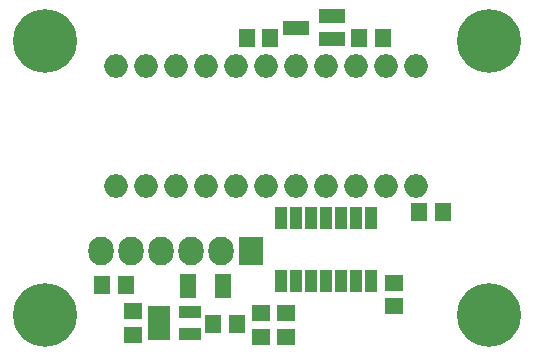
<source format=gts>
G04 #@! TF.FileFunction,Soldermask,Top*
%FSLAX46Y46*%
G04 Gerber Fmt 4.6, Leading zero omitted, Abs format (unit mm)*
G04 Created by KiCad (PCBNEW 4.0.5+dfsg1-4) date Tue Mar 13 15:03:46 2018*
%MOMM*%
%LPD*%
G01*
G04 APERTURE LIST*
%ADD10C,0.100000*%
%ADD11R,2.127200X2.432000*%
%ADD12O,2.127200X2.432000*%
%ADD13O,2.000000X2.000000*%
%ADD14R,2.300000X1.200000*%
%ADD15R,1.000000X1.900000*%
%ADD16C,5.400000*%
%ADD17R,1.650000X1.400000*%
%ADD18R,1.400000X1.650000*%
%ADD19R,1.400000X2.000000*%
%ADD20R,1.960000X1.050000*%
G04 APERTURE END LIST*
D10*
D11*
X128264880Y-94097760D03*
D12*
X125724880Y-94097760D03*
X123184880Y-94097760D03*
X120644880Y-94097760D03*
X118104880Y-94097760D03*
X115564880Y-94097760D03*
D13*
X142240000Y-88646000D03*
X139700000Y-88646000D03*
X137160000Y-88646000D03*
X134620000Y-88646000D03*
X132080000Y-88646000D03*
X129540000Y-88646000D03*
X127000000Y-88646000D03*
X124460000Y-88646000D03*
X121920000Y-88646000D03*
X119380000Y-88646000D03*
X116840000Y-88646000D03*
X116840000Y-78486000D03*
X119380000Y-78486000D03*
X121920000Y-78486000D03*
X124460000Y-78486000D03*
X127000000Y-78486000D03*
X129540000Y-78486000D03*
X132080000Y-78486000D03*
X134620000Y-78486000D03*
X137160000Y-78486000D03*
X139700000Y-78486000D03*
X142240000Y-78486000D03*
D14*
X135064880Y-76147760D03*
X135064880Y-74247760D03*
X132064880Y-75197760D03*
D15*
X138430000Y-91280000D03*
X137160000Y-91280000D03*
X135890000Y-91280000D03*
X134620000Y-91280000D03*
X133350000Y-91280000D03*
X132080000Y-91280000D03*
X130810000Y-91280000D03*
X130810000Y-96680000D03*
X132080000Y-96680000D03*
X133350000Y-96680000D03*
X134620000Y-96680000D03*
X135890000Y-96680000D03*
X137160000Y-96680000D03*
X138430000Y-96680000D03*
D16*
X110764880Y-76297760D03*
X148364880Y-76297760D03*
X110764880Y-99497760D03*
X148364880Y-99497760D03*
D17*
X118264880Y-99197760D03*
X118264880Y-101197760D03*
D18*
X127064880Y-100297760D03*
X125064880Y-100297760D03*
D19*
X122864880Y-97097760D03*
X125864880Y-97097760D03*
D17*
X140364880Y-96797760D03*
X140364880Y-98797760D03*
D18*
X144464880Y-90797760D03*
X142464880Y-90797760D03*
D17*
X131164880Y-101397760D03*
X131164880Y-99397760D03*
X129064880Y-99397760D03*
X129064880Y-101397760D03*
D18*
X115664880Y-96997760D03*
X117664880Y-96997760D03*
X137379200Y-76047600D03*
X139379200Y-76047600D03*
X129864880Y-76097760D03*
X127864880Y-76097760D03*
D20*
X120414880Y-99247760D03*
X120414880Y-100197760D03*
X120414880Y-101147760D03*
X123114880Y-101147760D03*
X123114880Y-99247760D03*
M02*

</source>
